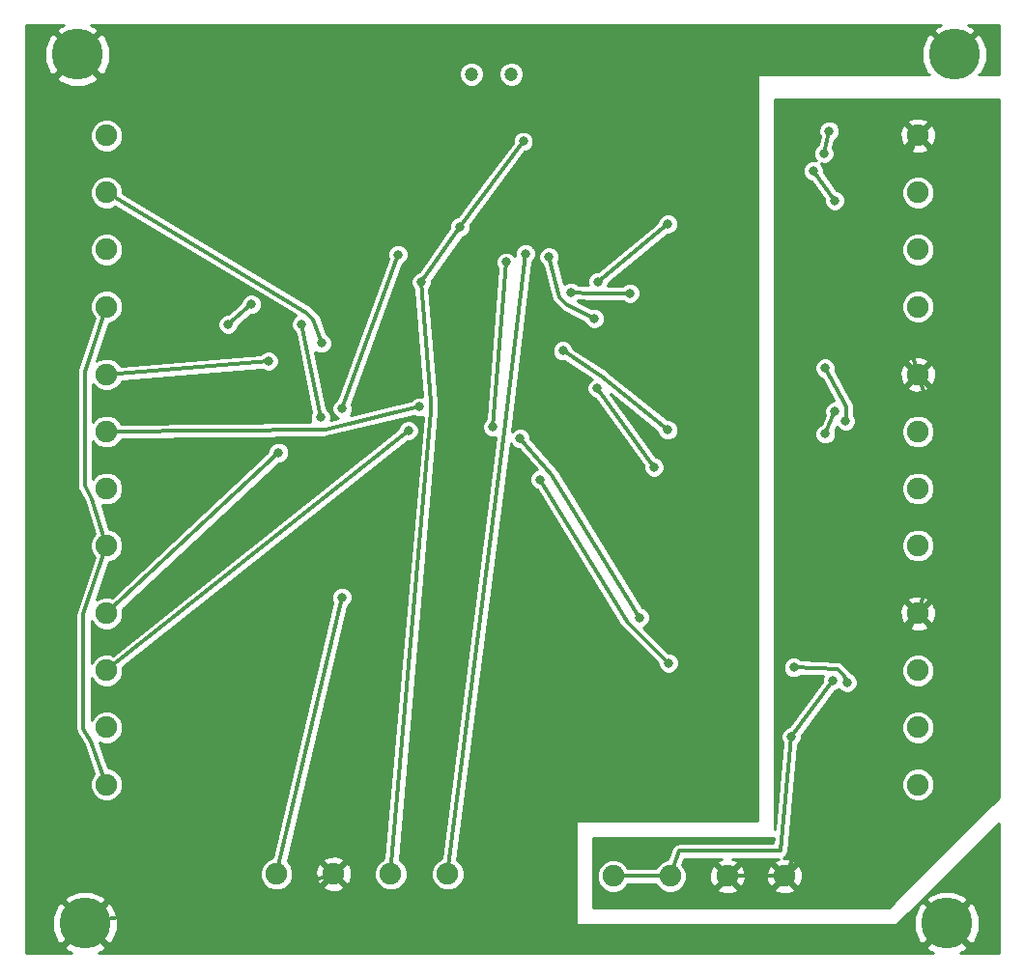
<source format=gbl>
G04 (created by PCBNEW (2013-jul-07)-stable) date Tue 19 May 2015 11:36:52 PM EDT*
%MOIN*%
G04 Gerber Fmt 3.4, Leading zero omitted, Abs format*
%FSLAX34Y34*%
G01*
G70*
G90*
G04 APERTURE LIST*
%ADD10C,0.00590551*%
%ADD11C,0.0472*%
%ADD12C,0.0748031*%
%ADD13C,0.176*%
%ADD14C,0.033*%
%ADD15C,0.014*%
%ADD16C,0.01*%
G04 APERTURE END LIST*
G54D10*
G54D11*
X67724Y-43926D03*
X66346Y-43926D03*
G54D12*
X81750Y-60202D03*
X81750Y-58234D03*
X81750Y-56265D03*
X81750Y-54297D03*
X81750Y-51952D03*
X81750Y-49984D03*
X81750Y-48015D03*
X81750Y-46047D03*
X81750Y-68452D03*
X81750Y-66484D03*
X81750Y-64515D03*
X81750Y-62547D03*
X59618Y-71539D03*
X61586Y-71539D03*
X63555Y-71539D03*
X65523Y-71539D03*
X53750Y-46047D03*
X53750Y-48015D03*
X53750Y-49984D03*
X53750Y-51952D03*
X53750Y-54297D03*
X53750Y-56265D03*
X53750Y-58234D03*
X53750Y-60202D03*
X53750Y-62547D03*
X53750Y-64515D03*
X53750Y-66484D03*
X53750Y-68452D03*
X71237Y-71616D03*
X73205Y-71616D03*
X75174Y-71616D03*
X77142Y-71616D03*
G54D13*
X82750Y-73250D03*
X53000Y-73250D03*
X52750Y-43250D03*
X83000Y-43250D03*
G54D14*
X67548Y-50417D03*
X67079Y-56111D03*
X68128Y-46250D03*
X65958Y-49189D03*
X64603Y-51108D03*
X70586Y-52359D03*
X69021Y-50232D03*
X77376Y-66800D03*
X78797Y-64862D03*
X68208Y-50122D03*
X63500Y-54500D03*
X65500Y-46500D03*
X68500Y-60250D03*
X73500Y-66000D03*
X65750Y-51500D03*
X73750Y-47750D03*
X62211Y-50261D03*
X62802Y-50832D03*
X77464Y-64413D03*
X79307Y-64925D03*
X78688Y-45891D03*
X78503Y-46662D03*
X58753Y-51877D03*
X57951Y-52572D03*
X78548Y-54076D03*
X79250Y-55908D03*
X78131Y-47263D03*
X78880Y-48288D03*
X78871Y-55569D03*
X78552Y-56348D03*
X63806Y-50152D03*
X61890Y-55464D03*
X61131Y-55782D03*
X60488Y-52558D03*
X61879Y-61985D03*
X68717Y-57919D03*
X73143Y-64254D03*
X68021Y-56513D03*
X72140Y-62689D03*
X61167Y-53217D03*
X59348Y-53833D03*
X72643Y-57492D03*
X70686Y-54768D03*
X73120Y-56214D03*
X69494Y-53482D03*
X64538Y-55417D03*
X59688Y-56988D03*
X71817Y-51489D03*
X69775Y-51455D03*
X70709Y-51090D03*
X73121Y-49099D03*
X64167Y-56239D03*
G54D15*
X67079Y-56111D02*
X67548Y-50417D01*
X69608Y-51858D02*
X70586Y-52359D01*
X69372Y-51622D02*
X69608Y-51858D01*
X69021Y-50232D02*
X69372Y-51622D01*
X64940Y-55250D02*
X64603Y-51108D01*
X64940Y-55584D02*
X64940Y-55250D01*
X63552Y-71536D02*
X64940Y-55584D01*
X68128Y-46250D02*
X65958Y-49189D01*
X65958Y-49189D02*
X64603Y-51108D01*
X73205Y-71616D02*
X73500Y-70750D01*
X73500Y-70750D02*
X77000Y-70750D01*
X77000Y-70750D02*
X77376Y-66800D01*
X73205Y-71616D02*
X71237Y-71616D01*
X78797Y-64862D02*
X77376Y-66800D01*
X82423Y-56161D02*
X81750Y-54297D01*
X82423Y-60098D02*
X82423Y-56161D01*
X82423Y-60551D02*
X82423Y-60098D01*
X81750Y-62547D02*
X82423Y-60551D01*
X81220Y-52241D02*
X81750Y-54297D01*
X80970Y-51788D02*
X81220Y-52241D01*
X80970Y-47851D02*
X80970Y-51788D01*
X81750Y-46047D02*
X80970Y-47851D01*
X77142Y-71616D02*
X81750Y-62547D01*
X75174Y-71616D02*
X77142Y-71616D01*
X67482Y-56278D02*
X68208Y-50122D01*
X65521Y-71536D02*
X67482Y-56278D01*
X63500Y-54500D02*
X64000Y-51000D01*
X64000Y-51000D02*
X64750Y-50000D01*
X64750Y-50000D02*
X63250Y-48500D01*
X63250Y-48500D02*
X65500Y-46500D01*
X68500Y-60250D02*
X69000Y-60750D01*
X69000Y-60750D02*
X70000Y-63000D01*
X70000Y-63000D02*
X73500Y-66000D01*
X65750Y-51500D02*
X69750Y-47000D01*
X69750Y-47000D02*
X73750Y-47750D01*
X59842Y-72137D02*
X61584Y-71536D01*
X59389Y-72137D02*
X59842Y-72137D01*
X53000Y-73250D02*
X59389Y-72137D01*
X62802Y-50832D02*
X62211Y-50261D01*
X78964Y-64460D02*
X77464Y-64413D01*
X79199Y-64696D02*
X78964Y-64460D01*
X79307Y-64925D02*
X79199Y-64696D01*
X78503Y-46662D02*
X78688Y-45891D01*
X58753Y-51877D02*
X57951Y-52572D01*
X79274Y-55402D02*
X78548Y-54076D01*
X79274Y-55736D02*
X79274Y-55402D01*
X79250Y-55908D02*
X79274Y-55736D01*
X78880Y-48288D02*
X78131Y-47263D01*
X78552Y-56348D02*
X78871Y-55569D01*
X52959Y-62581D02*
X53750Y-60202D01*
X52959Y-66518D02*
X52959Y-62581D01*
X53209Y-66971D02*
X52959Y-66518D01*
X53750Y-68452D02*
X53209Y-66971D01*
X53002Y-54212D02*
X53750Y-51952D01*
X53002Y-58149D02*
X53002Y-54212D01*
X53252Y-58602D02*
X53002Y-58149D01*
X53750Y-60202D02*
X53252Y-58602D01*
X61890Y-55464D02*
X63806Y-50152D01*
X61131Y-55782D02*
X60488Y-52558D01*
X61879Y-61985D02*
X59615Y-71536D01*
X71737Y-62856D02*
X68717Y-57919D01*
X71973Y-63092D02*
X71737Y-62856D01*
X73143Y-64254D02*
X71973Y-63092D01*
X69120Y-57752D02*
X68021Y-56513D01*
X72140Y-62689D02*
X69120Y-57752D01*
X60890Y-52391D02*
X61167Y-53217D01*
X60655Y-52156D02*
X60890Y-52391D01*
X53750Y-48015D02*
X60655Y-52156D01*
X53750Y-54297D02*
X59348Y-53833D01*
X72643Y-57492D02*
X70686Y-54768D01*
X70853Y-54366D02*
X73120Y-56214D01*
X69494Y-53482D02*
X70853Y-54366D01*
X61297Y-56185D02*
X64538Y-55417D01*
X53750Y-56265D02*
X61297Y-56185D01*
X59688Y-56988D02*
X53750Y-62547D01*
X70876Y-51492D02*
X71817Y-51489D01*
X70542Y-51492D02*
X70876Y-51492D01*
X69775Y-51455D02*
X70542Y-51492D01*
X70709Y-51090D02*
X73121Y-49099D01*
X64167Y-56239D02*
X53750Y-64515D01*
G54D10*
G36*
X84530Y-74280D02*
X83880Y-74280D01*
X83880Y-73470D01*
X83879Y-73020D01*
X83710Y-72613D01*
X83555Y-72515D01*
X83484Y-72586D01*
X83484Y-72444D01*
X83386Y-72289D01*
X82970Y-72119D01*
X82520Y-72120D01*
X82113Y-72289D01*
X82015Y-72444D01*
X82750Y-73179D01*
X83484Y-72444D01*
X83484Y-72586D01*
X82820Y-73250D01*
X83555Y-73984D01*
X83710Y-73886D01*
X83880Y-73470D01*
X83880Y-74280D01*
X83217Y-74280D01*
X83386Y-74210D01*
X83484Y-74055D01*
X82750Y-73320D01*
X82679Y-73391D01*
X82679Y-73250D01*
X81944Y-72515D01*
X81789Y-72613D01*
X81619Y-73029D01*
X81620Y-73479D01*
X81789Y-73886D01*
X81944Y-73984D01*
X82679Y-73250D01*
X82679Y-73391D01*
X82015Y-74055D01*
X82113Y-74210D01*
X82284Y-74280D01*
X62244Y-74280D01*
X62244Y-61913D01*
X62188Y-61779D01*
X62086Y-61676D01*
X61952Y-61620D01*
X61806Y-61620D01*
X61672Y-61676D01*
X61569Y-61778D01*
X61514Y-61912D01*
X61514Y-62058D01*
X61555Y-62157D01*
X59470Y-70979D01*
X59293Y-71052D01*
X59131Y-71213D01*
X59044Y-71424D01*
X59043Y-71653D01*
X59131Y-71864D01*
X59292Y-72025D01*
X59503Y-72113D01*
X59731Y-72113D01*
X59942Y-72026D01*
X60104Y-71864D01*
X60192Y-71654D01*
X60192Y-71425D01*
X60105Y-71214D01*
X59995Y-71104D01*
X62076Y-62299D01*
X62085Y-62295D01*
X62188Y-62192D01*
X62244Y-62058D01*
X62244Y-61913D01*
X62244Y-74280D01*
X62215Y-74280D01*
X62215Y-71638D01*
X62205Y-71390D01*
X62129Y-71207D01*
X62026Y-71170D01*
X61955Y-71241D01*
X61955Y-71099D01*
X61918Y-70996D01*
X61686Y-70910D01*
X61438Y-70920D01*
X61254Y-70996D01*
X61217Y-71099D01*
X61586Y-71468D01*
X61955Y-71099D01*
X61955Y-71241D01*
X61657Y-71539D01*
X62026Y-71908D01*
X62129Y-71871D01*
X62215Y-71638D01*
X62215Y-74280D01*
X61955Y-74280D01*
X61955Y-71978D01*
X61586Y-71610D01*
X61515Y-71680D01*
X61515Y-71539D01*
X61147Y-71170D01*
X61044Y-71207D01*
X60958Y-71439D01*
X60967Y-71687D01*
X61044Y-71871D01*
X61147Y-71908D01*
X61515Y-71539D01*
X61515Y-71680D01*
X61217Y-71978D01*
X61254Y-72081D01*
X61487Y-72167D01*
X61735Y-72158D01*
X61918Y-72081D01*
X61955Y-71978D01*
X61955Y-74280D01*
X54130Y-74280D01*
X54130Y-73470D01*
X54129Y-73020D01*
X53960Y-72613D01*
X53805Y-72515D01*
X53734Y-72586D01*
X53734Y-72444D01*
X53636Y-72289D01*
X53220Y-72119D01*
X52770Y-72120D01*
X52363Y-72289D01*
X52265Y-72444D01*
X53000Y-73179D01*
X53734Y-72444D01*
X53734Y-72586D01*
X53070Y-73250D01*
X53805Y-73984D01*
X53960Y-73886D01*
X54130Y-73470D01*
X54130Y-74280D01*
X53467Y-74280D01*
X53636Y-74210D01*
X53734Y-74055D01*
X53000Y-73320D01*
X52929Y-73391D01*
X52929Y-73250D01*
X52194Y-72515D01*
X52039Y-72613D01*
X51869Y-73029D01*
X51870Y-73479D01*
X52039Y-73886D01*
X52194Y-73984D01*
X52929Y-73250D01*
X52929Y-73391D01*
X52265Y-74055D01*
X52363Y-74210D01*
X52534Y-74280D01*
X50969Y-74280D01*
X50969Y-42219D01*
X52282Y-42219D01*
X52113Y-42289D01*
X52015Y-42444D01*
X52750Y-43179D01*
X53484Y-42444D01*
X53386Y-42289D01*
X53215Y-42219D01*
X82532Y-42219D01*
X82363Y-42289D01*
X82265Y-42444D01*
X83000Y-43179D01*
X83734Y-42444D01*
X83636Y-42289D01*
X83465Y-42219D01*
X84530Y-42219D01*
X84530Y-43950D01*
X83859Y-43950D01*
X83960Y-43886D01*
X84130Y-43470D01*
X84129Y-43020D01*
X83960Y-42613D01*
X83805Y-42515D01*
X83070Y-43250D01*
X83076Y-43255D01*
X83005Y-43326D01*
X83000Y-43320D01*
X82994Y-43326D01*
X82923Y-43255D01*
X82929Y-43250D01*
X82194Y-42515D01*
X82039Y-42613D01*
X81869Y-43029D01*
X81870Y-43479D01*
X82039Y-43886D01*
X82140Y-43950D01*
X76200Y-43950D01*
X76200Y-69700D01*
X73508Y-69700D01*
X73508Y-64181D01*
X73486Y-64128D01*
X73486Y-49027D01*
X73431Y-48893D01*
X73328Y-48790D01*
X73194Y-48734D01*
X73049Y-48734D01*
X72914Y-48789D01*
X72812Y-48892D01*
X72756Y-49026D01*
X72756Y-49052D01*
X70727Y-50725D01*
X70637Y-50725D01*
X70502Y-50780D01*
X70400Y-50883D01*
X70344Y-51017D01*
X70344Y-51162D01*
X70365Y-51214D01*
X70033Y-51197D01*
X69982Y-51146D01*
X69848Y-51090D01*
X69702Y-51090D01*
X69568Y-51145D01*
X69538Y-51176D01*
X69343Y-50406D01*
X69385Y-50305D01*
X69386Y-50159D01*
X69330Y-50025D01*
X69228Y-49922D01*
X69093Y-49867D01*
X68948Y-49867D01*
X68814Y-49922D01*
X68711Y-50025D01*
X68656Y-50159D01*
X68655Y-50304D01*
X68711Y-50438D01*
X68813Y-50541D01*
X68821Y-50544D01*
X69111Y-51688D01*
X69119Y-51705D01*
X69123Y-51725D01*
X69142Y-51754D01*
X69156Y-51783D01*
X69170Y-51796D01*
X69181Y-51813D01*
X69417Y-52049D01*
X69452Y-52072D01*
X69484Y-52098D01*
X70244Y-52488D01*
X70276Y-52566D01*
X70379Y-52668D01*
X70513Y-52724D01*
X70658Y-52724D01*
X70792Y-52669D01*
X70895Y-52566D01*
X70951Y-52432D01*
X70951Y-52287D01*
X70895Y-52153D01*
X70793Y-52050D01*
X70659Y-51994D01*
X70513Y-51994D01*
X70486Y-52005D01*
X69994Y-51752D01*
X70009Y-51737D01*
X70529Y-51762D01*
X70537Y-51761D01*
X70542Y-51762D01*
X70876Y-51762D01*
X70876Y-51762D01*
X70877Y-51762D01*
X71572Y-51760D01*
X71610Y-51798D01*
X71744Y-51854D01*
X71889Y-51854D01*
X72023Y-51798D01*
X72126Y-51696D01*
X72182Y-51562D01*
X72182Y-51417D01*
X72127Y-51282D01*
X72024Y-51180D01*
X71890Y-51124D01*
X71745Y-51124D01*
X71610Y-51179D01*
X71570Y-51220D01*
X71049Y-51222D01*
X71074Y-51163D01*
X71074Y-51139D01*
X73106Y-49464D01*
X73193Y-49464D01*
X73327Y-49409D01*
X73430Y-49306D01*
X73486Y-49172D01*
X73486Y-49027D01*
X73486Y-64128D01*
X73485Y-64125D01*
X73485Y-56142D01*
X73429Y-56008D01*
X73327Y-55905D01*
X73192Y-55849D01*
X73099Y-55849D01*
X71023Y-54157D01*
X71014Y-54152D01*
X71001Y-54138D01*
X69852Y-53392D01*
X69803Y-53275D01*
X69701Y-53172D01*
X69566Y-53117D01*
X69421Y-53116D01*
X69287Y-53172D01*
X69184Y-53275D01*
X69129Y-53409D01*
X69128Y-53554D01*
X69184Y-53688D01*
X69287Y-53791D01*
X69421Y-53846D01*
X69560Y-53847D01*
X70494Y-54453D01*
X70480Y-54459D01*
X70377Y-54561D01*
X70321Y-54695D01*
X70321Y-54841D01*
X70377Y-54975D01*
X70479Y-55078D01*
X70613Y-55133D01*
X70616Y-55133D01*
X72278Y-57446D01*
X72278Y-57564D01*
X72333Y-57698D01*
X72436Y-57801D01*
X72570Y-57857D01*
X72715Y-57857D01*
X72849Y-57802D01*
X72952Y-57699D01*
X73008Y-57565D01*
X73008Y-57420D01*
X72952Y-57285D01*
X72850Y-57183D01*
X72715Y-57127D01*
X72714Y-57127D01*
X71159Y-54964D01*
X72754Y-56265D01*
X72754Y-56287D01*
X72810Y-56421D01*
X72912Y-56524D01*
X73047Y-56579D01*
X73192Y-56579D01*
X73326Y-56524D01*
X73429Y-56421D01*
X73484Y-56287D01*
X73485Y-56142D01*
X73485Y-64125D01*
X73452Y-64047D01*
X73350Y-63944D01*
X73216Y-63889D01*
X73159Y-63889D01*
X72287Y-63023D01*
X72346Y-62999D01*
X72449Y-62896D01*
X72505Y-62762D01*
X72505Y-62617D01*
X72449Y-62483D01*
X72347Y-62380D01*
X72247Y-62339D01*
X69350Y-57611D01*
X69336Y-57596D01*
X69322Y-57572D01*
X68386Y-56517D01*
X68386Y-56440D01*
X68330Y-56306D01*
X68228Y-56204D01*
X68094Y-56148D01*
X67949Y-56148D01*
X67814Y-56203D01*
X67755Y-56262D01*
X68444Y-50404D01*
X68518Y-50330D01*
X68573Y-50195D01*
X68574Y-50050D01*
X68518Y-49916D01*
X68493Y-49891D01*
X68493Y-46178D01*
X68438Y-46044D01*
X68335Y-45941D01*
X68201Y-45885D01*
X68160Y-45885D01*
X68160Y-43839D01*
X68093Y-43679D01*
X67971Y-43556D01*
X67811Y-43490D01*
X67637Y-43489D01*
X67477Y-43556D01*
X67354Y-43678D01*
X67288Y-43838D01*
X67287Y-44012D01*
X67354Y-44172D01*
X67476Y-44295D01*
X67636Y-44361D01*
X67810Y-44362D01*
X67970Y-44295D01*
X68093Y-44173D01*
X68159Y-44013D01*
X68160Y-43839D01*
X68160Y-45885D01*
X68056Y-45885D01*
X67922Y-45940D01*
X67819Y-46043D01*
X67763Y-46177D01*
X67763Y-46285D01*
X66782Y-47617D01*
X66782Y-43839D01*
X66715Y-43679D01*
X66593Y-43556D01*
X66433Y-43490D01*
X66259Y-43489D01*
X66099Y-43556D01*
X65976Y-43678D01*
X65910Y-43838D01*
X65909Y-44012D01*
X65976Y-44172D01*
X66098Y-44295D01*
X66258Y-44361D01*
X66432Y-44362D01*
X66592Y-44295D01*
X66715Y-44173D01*
X66781Y-44013D01*
X66782Y-43839D01*
X66782Y-47617D01*
X65892Y-48823D01*
X65886Y-48823D01*
X65752Y-48879D01*
X65649Y-48982D01*
X65593Y-49116D01*
X65593Y-49236D01*
X64530Y-50743D01*
X64397Y-50798D01*
X64294Y-50901D01*
X64238Y-51035D01*
X64238Y-51180D01*
X64294Y-51315D01*
X64354Y-51375D01*
X64651Y-55069D01*
X64611Y-55052D01*
X64465Y-55052D01*
X64331Y-55107D01*
X64228Y-55210D01*
X64226Y-55215D01*
X62170Y-55701D01*
X62199Y-55671D01*
X62255Y-55537D01*
X62255Y-55392D01*
X62227Y-55325D01*
X63972Y-50479D01*
X64013Y-50462D01*
X64116Y-50359D01*
X64171Y-50225D01*
X64172Y-50080D01*
X64116Y-49946D01*
X64013Y-49843D01*
X63879Y-49787D01*
X63734Y-49787D01*
X63600Y-49843D01*
X63497Y-49945D01*
X63442Y-50079D01*
X63441Y-50225D01*
X63467Y-50287D01*
X61720Y-55140D01*
X61684Y-55155D01*
X61581Y-55257D01*
X61525Y-55391D01*
X61525Y-55537D01*
X61581Y-55671D01*
X61683Y-55774D01*
X61749Y-55801D01*
X61493Y-55861D01*
X61496Y-55855D01*
X61496Y-55710D01*
X61440Y-55576D01*
X61348Y-55483D01*
X60956Y-53521D01*
X60960Y-53526D01*
X61095Y-53582D01*
X61240Y-53582D01*
X61374Y-53526D01*
X61477Y-53424D01*
X61532Y-53290D01*
X61533Y-53144D01*
X61477Y-53010D01*
X61375Y-52907D01*
X61345Y-52895D01*
X61146Y-52305D01*
X61142Y-52297D01*
X61140Y-52288D01*
X61116Y-52252D01*
X61094Y-52214D01*
X61087Y-52208D01*
X61081Y-52201D01*
X60879Y-51998D01*
X60875Y-51989D01*
X60797Y-51918D01*
X54323Y-48044D01*
X54324Y-47902D01*
X54324Y-45933D01*
X54236Y-45722D01*
X54075Y-45560D01*
X53880Y-45480D01*
X53880Y-43470D01*
X53879Y-43020D01*
X53710Y-42613D01*
X53555Y-42515D01*
X52820Y-43250D01*
X53555Y-43984D01*
X53710Y-43886D01*
X53880Y-43470D01*
X53880Y-45480D01*
X53864Y-45473D01*
X53636Y-45473D01*
X53484Y-45535D01*
X53484Y-44055D01*
X52750Y-43320D01*
X52679Y-43391D01*
X52679Y-43250D01*
X51944Y-42515D01*
X51789Y-42613D01*
X51619Y-43029D01*
X51620Y-43479D01*
X51789Y-43886D01*
X51944Y-43984D01*
X52679Y-43250D01*
X52679Y-43391D01*
X52015Y-44055D01*
X52113Y-44210D01*
X52529Y-44380D01*
X52979Y-44379D01*
X53386Y-44210D01*
X53484Y-44055D01*
X53484Y-45535D01*
X53425Y-45560D01*
X53263Y-45721D01*
X53176Y-45932D01*
X53175Y-46160D01*
X53263Y-46371D01*
X53424Y-46533D01*
X53635Y-46621D01*
X53863Y-46621D01*
X54074Y-46534D01*
X54236Y-46372D01*
X54323Y-46161D01*
X54324Y-45933D01*
X54324Y-47902D01*
X54236Y-47691D01*
X54075Y-47529D01*
X53864Y-47441D01*
X53636Y-47441D01*
X53425Y-47528D01*
X53263Y-47690D01*
X53176Y-47901D01*
X53175Y-48129D01*
X53263Y-48340D01*
X53424Y-48502D01*
X53635Y-48589D01*
X53863Y-48589D01*
X54052Y-48511D01*
X60291Y-52245D01*
X60281Y-52249D01*
X60179Y-52351D01*
X60123Y-52485D01*
X60123Y-52630D01*
X60178Y-52765D01*
X60273Y-52859D01*
X60817Y-55585D01*
X60766Y-55709D01*
X60766Y-55855D01*
X60793Y-55921D01*
X54257Y-55990D01*
X54236Y-55941D01*
X54075Y-55779D01*
X53864Y-55691D01*
X53636Y-55691D01*
X53425Y-55778D01*
X53272Y-55931D01*
X53272Y-54631D01*
X53424Y-54783D01*
X53635Y-54871D01*
X53863Y-54871D01*
X54074Y-54784D01*
X54236Y-54622D01*
X54277Y-54524D01*
X59125Y-54126D01*
X59141Y-54142D01*
X59275Y-54198D01*
X59420Y-54198D01*
X59555Y-54143D01*
X59657Y-54040D01*
X59713Y-53906D01*
X59713Y-53761D01*
X59658Y-53627D01*
X59555Y-53524D01*
X59421Y-53468D01*
X59276Y-53468D01*
X59142Y-53523D01*
X59118Y-53547D01*
X59118Y-51805D01*
X59063Y-51671D01*
X58960Y-51568D01*
X58826Y-51512D01*
X58681Y-51512D01*
X58547Y-51568D01*
X58444Y-51670D01*
X58388Y-51804D01*
X58388Y-51836D01*
X57960Y-52207D01*
X57879Y-52207D01*
X57745Y-52262D01*
X57642Y-52365D01*
X57586Y-52499D01*
X57586Y-52644D01*
X57641Y-52778D01*
X57744Y-52881D01*
X57878Y-52937D01*
X58023Y-52937D01*
X58158Y-52881D01*
X58260Y-52779D01*
X58316Y-52645D01*
X58316Y-52613D01*
X58744Y-52242D01*
X58825Y-52242D01*
X58960Y-52187D01*
X59062Y-52084D01*
X59118Y-51950D01*
X59118Y-51805D01*
X59118Y-53547D01*
X59077Y-53588D01*
X54242Y-53985D01*
X54236Y-53972D01*
X54075Y-53810D01*
X53864Y-53723D01*
X53636Y-53723D01*
X53425Y-53810D01*
X53417Y-53818D01*
X53844Y-52526D01*
X53863Y-52526D01*
X54074Y-52439D01*
X54236Y-52278D01*
X54323Y-52067D01*
X54324Y-51839D01*
X54324Y-49870D01*
X54236Y-49659D01*
X54075Y-49497D01*
X53864Y-49410D01*
X53636Y-49410D01*
X53425Y-49497D01*
X53263Y-49658D01*
X53176Y-49869D01*
X53175Y-50097D01*
X53263Y-50308D01*
X53424Y-50470D01*
X53635Y-50558D01*
X53863Y-50558D01*
X54074Y-50471D01*
X54236Y-50309D01*
X54323Y-50098D01*
X54324Y-49870D01*
X54324Y-51839D01*
X54236Y-51628D01*
X54075Y-51466D01*
X53864Y-51378D01*
X53636Y-51378D01*
X53425Y-51465D01*
X53263Y-51627D01*
X53176Y-51838D01*
X53175Y-52066D01*
X53263Y-52277D01*
X53334Y-52348D01*
X52746Y-54127D01*
X52740Y-54170D01*
X52732Y-54212D01*
X52732Y-58149D01*
X52735Y-58164D01*
X52734Y-58179D01*
X52745Y-58215D01*
X52753Y-58252D01*
X52761Y-58265D01*
X52766Y-58279D01*
X53002Y-58708D01*
X53342Y-59798D01*
X53263Y-59877D01*
X53176Y-60088D01*
X53175Y-60316D01*
X53263Y-60527D01*
X53334Y-60599D01*
X52703Y-62496D01*
X52698Y-62539D01*
X52689Y-62581D01*
X52689Y-66518D01*
X52692Y-66533D01*
X52691Y-66548D01*
X52702Y-66584D01*
X52710Y-66621D01*
X52718Y-66634D01*
X52723Y-66648D01*
X52963Y-67083D01*
X53321Y-68069D01*
X53263Y-68127D01*
X53176Y-68338D01*
X53175Y-68566D01*
X53263Y-68777D01*
X53424Y-68939D01*
X53635Y-69026D01*
X53863Y-69026D01*
X54074Y-68939D01*
X54236Y-68778D01*
X54323Y-68567D01*
X54324Y-68339D01*
X54236Y-68128D01*
X54075Y-67966D01*
X53864Y-67878D01*
X53827Y-67878D01*
X53509Y-67005D01*
X53635Y-67058D01*
X53863Y-67058D01*
X54074Y-66971D01*
X54236Y-66809D01*
X54323Y-66598D01*
X54324Y-66370D01*
X54236Y-66159D01*
X54075Y-65997D01*
X53864Y-65910D01*
X53636Y-65910D01*
X53425Y-65997D01*
X53263Y-66158D01*
X53229Y-66240D01*
X53229Y-64759D01*
X53263Y-64840D01*
X53424Y-65002D01*
X53635Y-65089D01*
X53863Y-65089D01*
X54074Y-65002D01*
X54236Y-64841D01*
X54323Y-64630D01*
X54324Y-64404D01*
X64129Y-56604D01*
X64239Y-56604D01*
X64373Y-56549D01*
X64476Y-56446D01*
X64532Y-56312D01*
X64532Y-56167D01*
X64476Y-56033D01*
X64374Y-55930D01*
X64240Y-55874D01*
X64094Y-55874D01*
X63960Y-55930D01*
X63857Y-56032D01*
X63802Y-56166D01*
X63802Y-56174D01*
X53978Y-63989D01*
X53864Y-63941D01*
X53636Y-63941D01*
X53425Y-64028D01*
X53263Y-64190D01*
X53229Y-64271D01*
X53229Y-62791D01*
X53263Y-62871D01*
X53424Y-63033D01*
X53635Y-63121D01*
X53863Y-63121D01*
X54074Y-63034D01*
X54236Y-62872D01*
X54323Y-62661D01*
X54324Y-62433D01*
X54308Y-62394D01*
X59695Y-57353D01*
X59761Y-57353D01*
X59895Y-57297D01*
X59998Y-57195D01*
X60053Y-57061D01*
X60054Y-56915D01*
X59998Y-56781D01*
X59896Y-56678D01*
X59761Y-56623D01*
X59616Y-56623D01*
X59482Y-56678D01*
X59379Y-56781D01*
X59324Y-56915D01*
X59323Y-56961D01*
X53936Y-62003D01*
X53864Y-61973D01*
X53636Y-61973D01*
X53425Y-62060D01*
X53413Y-62071D01*
X53844Y-60776D01*
X53863Y-60776D01*
X54074Y-60689D01*
X54236Y-60528D01*
X54323Y-60317D01*
X54324Y-60089D01*
X54236Y-59878D01*
X54075Y-59716D01*
X53864Y-59628D01*
X53855Y-59628D01*
X53594Y-58791D01*
X53635Y-58808D01*
X53863Y-58808D01*
X54074Y-58721D01*
X54236Y-58559D01*
X54323Y-58348D01*
X54324Y-58120D01*
X54236Y-57909D01*
X54075Y-57747D01*
X53864Y-57660D01*
X53636Y-57660D01*
X53425Y-57747D01*
X53272Y-57899D01*
X53272Y-56599D01*
X53424Y-56752D01*
X53635Y-56839D01*
X53863Y-56839D01*
X54074Y-56752D01*
X54236Y-56591D01*
X54261Y-56530D01*
X61300Y-56456D01*
X61338Y-56448D01*
X61360Y-56448D01*
X64360Y-55738D01*
X64465Y-55782D01*
X64610Y-55782D01*
X64662Y-55761D01*
X63327Y-71012D01*
X63230Y-71052D01*
X63068Y-71213D01*
X62981Y-71424D01*
X62981Y-71653D01*
X63068Y-71864D01*
X63229Y-72025D01*
X63440Y-72113D01*
X63668Y-72113D01*
X63879Y-72026D01*
X64041Y-71864D01*
X64129Y-71654D01*
X64129Y-71425D01*
X64042Y-71214D01*
X63880Y-71053D01*
X63866Y-71047D01*
X65217Y-55608D01*
X65210Y-55547D01*
X65210Y-55250D01*
X65206Y-55227D01*
X64893Y-51335D01*
X64913Y-51315D01*
X64968Y-51181D01*
X64968Y-51059D01*
X66030Y-49554D01*
X66031Y-49554D01*
X66165Y-49498D01*
X66268Y-49396D01*
X66323Y-49261D01*
X66323Y-49148D01*
X68191Y-46615D01*
X68201Y-46615D01*
X68335Y-46560D01*
X68438Y-46457D01*
X68493Y-46323D01*
X68493Y-46178D01*
X68493Y-49891D01*
X68416Y-49813D01*
X68281Y-49758D01*
X68136Y-49757D01*
X68002Y-49813D01*
X67899Y-49915D01*
X67844Y-50050D01*
X67843Y-50195D01*
X67845Y-50199D01*
X67755Y-50108D01*
X67621Y-50052D01*
X67475Y-50052D01*
X67341Y-50108D01*
X67238Y-50210D01*
X67183Y-50344D01*
X67183Y-50490D01*
X67238Y-50624D01*
X67258Y-50644D01*
X66830Y-55844D01*
X66770Y-55904D01*
X66714Y-56038D01*
X66714Y-56184D01*
X66769Y-56318D01*
X66872Y-56421D01*
X67006Y-56476D01*
X67151Y-56476D01*
X67179Y-56465D01*
X65317Y-71003D01*
X65198Y-71052D01*
X65037Y-71213D01*
X64949Y-71424D01*
X64949Y-71653D01*
X65036Y-71864D01*
X65198Y-72025D01*
X65408Y-72113D01*
X65637Y-72113D01*
X65848Y-72026D01*
X66009Y-71864D01*
X66097Y-71654D01*
X66097Y-71425D01*
X66010Y-71214D01*
X65854Y-71058D01*
X67696Y-56682D01*
X67711Y-56719D01*
X67814Y-56822D01*
X67948Y-56878D01*
X67984Y-56878D01*
X68600Y-57572D01*
X68511Y-57609D01*
X68408Y-57712D01*
X68353Y-57846D01*
X68352Y-57991D01*
X68408Y-58125D01*
X68510Y-58228D01*
X68618Y-58272D01*
X71487Y-62955D01*
X71488Y-62959D01*
X71510Y-62992D01*
X71511Y-62994D01*
X71512Y-62995D01*
X71546Y-63047D01*
X71782Y-63283D01*
X71783Y-63283D01*
X71783Y-63283D01*
X72778Y-64271D01*
X72778Y-64326D01*
X72833Y-64460D01*
X72936Y-64563D01*
X73070Y-64618D01*
X73215Y-64619D01*
X73349Y-64563D01*
X73452Y-64461D01*
X73508Y-64326D01*
X73508Y-64181D01*
X73508Y-69700D01*
X69950Y-69700D01*
X69950Y-73300D01*
X81020Y-73300D01*
X84530Y-69790D01*
X84530Y-74280D01*
X84530Y-74280D01*
G37*
G54D16*
X84530Y-74280D02*
X83880Y-74280D01*
X83880Y-73470D01*
X83879Y-73020D01*
X83710Y-72613D01*
X83555Y-72515D01*
X83484Y-72586D01*
X83484Y-72444D01*
X83386Y-72289D01*
X82970Y-72119D01*
X82520Y-72120D01*
X82113Y-72289D01*
X82015Y-72444D01*
X82750Y-73179D01*
X83484Y-72444D01*
X83484Y-72586D01*
X82820Y-73250D01*
X83555Y-73984D01*
X83710Y-73886D01*
X83880Y-73470D01*
X83880Y-74280D01*
X83217Y-74280D01*
X83386Y-74210D01*
X83484Y-74055D01*
X82750Y-73320D01*
X82679Y-73391D01*
X82679Y-73250D01*
X81944Y-72515D01*
X81789Y-72613D01*
X81619Y-73029D01*
X81620Y-73479D01*
X81789Y-73886D01*
X81944Y-73984D01*
X82679Y-73250D01*
X82679Y-73391D01*
X82015Y-74055D01*
X82113Y-74210D01*
X82284Y-74280D01*
X62244Y-74280D01*
X62244Y-61913D01*
X62188Y-61779D01*
X62086Y-61676D01*
X61952Y-61620D01*
X61806Y-61620D01*
X61672Y-61676D01*
X61569Y-61778D01*
X61514Y-61912D01*
X61514Y-62058D01*
X61555Y-62157D01*
X59470Y-70979D01*
X59293Y-71052D01*
X59131Y-71213D01*
X59044Y-71424D01*
X59043Y-71653D01*
X59131Y-71864D01*
X59292Y-72025D01*
X59503Y-72113D01*
X59731Y-72113D01*
X59942Y-72026D01*
X60104Y-71864D01*
X60192Y-71654D01*
X60192Y-71425D01*
X60105Y-71214D01*
X59995Y-71104D01*
X62076Y-62299D01*
X62085Y-62295D01*
X62188Y-62192D01*
X62244Y-62058D01*
X62244Y-61913D01*
X62244Y-74280D01*
X62215Y-74280D01*
X62215Y-71638D01*
X62205Y-71390D01*
X62129Y-71207D01*
X62026Y-71170D01*
X61955Y-71241D01*
X61955Y-71099D01*
X61918Y-70996D01*
X61686Y-70910D01*
X61438Y-70920D01*
X61254Y-70996D01*
X61217Y-71099D01*
X61586Y-71468D01*
X61955Y-71099D01*
X61955Y-71241D01*
X61657Y-71539D01*
X62026Y-71908D01*
X62129Y-71871D01*
X62215Y-71638D01*
X62215Y-74280D01*
X61955Y-74280D01*
X61955Y-71978D01*
X61586Y-71610D01*
X61515Y-71680D01*
X61515Y-71539D01*
X61147Y-71170D01*
X61044Y-71207D01*
X60958Y-71439D01*
X60967Y-71687D01*
X61044Y-71871D01*
X61147Y-71908D01*
X61515Y-71539D01*
X61515Y-71680D01*
X61217Y-71978D01*
X61254Y-72081D01*
X61487Y-72167D01*
X61735Y-72158D01*
X61918Y-72081D01*
X61955Y-71978D01*
X61955Y-74280D01*
X54130Y-74280D01*
X54130Y-73470D01*
X54129Y-73020D01*
X53960Y-72613D01*
X53805Y-72515D01*
X53734Y-72586D01*
X53734Y-72444D01*
X53636Y-72289D01*
X53220Y-72119D01*
X52770Y-72120D01*
X52363Y-72289D01*
X52265Y-72444D01*
X53000Y-73179D01*
X53734Y-72444D01*
X53734Y-72586D01*
X53070Y-73250D01*
X53805Y-73984D01*
X53960Y-73886D01*
X54130Y-73470D01*
X54130Y-74280D01*
X53467Y-74280D01*
X53636Y-74210D01*
X53734Y-74055D01*
X53000Y-73320D01*
X52929Y-73391D01*
X52929Y-73250D01*
X52194Y-72515D01*
X52039Y-72613D01*
X51869Y-73029D01*
X51870Y-73479D01*
X52039Y-73886D01*
X52194Y-73984D01*
X52929Y-73250D01*
X52929Y-73391D01*
X52265Y-74055D01*
X52363Y-74210D01*
X52534Y-74280D01*
X50969Y-74280D01*
X50969Y-42219D01*
X52282Y-42219D01*
X52113Y-42289D01*
X52015Y-42444D01*
X52750Y-43179D01*
X53484Y-42444D01*
X53386Y-42289D01*
X53215Y-42219D01*
X82532Y-42219D01*
X82363Y-42289D01*
X82265Y-42444D01*
X83000Y-43179D01*
X83734Y-42444D01*
X83636Y-42289D01*
X83465Y-42219D01*
X84530Y-42219D01*
X84530Y-43950D01*
X83859Y-43950D01*
X83960Y-43886D01*
X84130Y-43470D01*
X84129Y-43020D01*
X83960Y-42613D01*
X83805Y-42515D01*
X83070Y-43250D01*
X83076Y-43255D01*
X83005Y-43326D01*
X83000Y-43320D01*
X82994Y-43326D01*
X82923Y-43255D01*
X82929Y-43250D01*
X82194Y-42515D01*
X82039Y-42613D01*
X81869Y-43029D01*
X81870Y-43479D01*
X82039Y-43886D01*
X82140Y-43950D01*
X76200Y-43950D01*
X76200Y-69700D01*
X73508Y-69700D01*
X73508Y-64181D01*
X73486Y-64128D01*
X73486Y-49027D01*
X73431Y-48893D01*
X73328Y-48790D01*
X73194Y-48734D01*
X73049Y-48734D01*
X72914Y-48789D01*
X72812Y-48892D01*
X72756Y-49026D01*
X72756Y-49052D01*
X70727Y-50725D01*
X70637Y-50725D01*
X70502Y-50780D01*
X70400Y-50883D01*
X70344Y-51017D01*
X70344Y-51162D01*
X70365Y-51214D01*
X70033Y-51197D01*
X69982Y-51146D01*
X69848Y-51090D01*
X69702Y-51090D01*
X69568Y-51145D01*
X69538Y-51176D01*
X69343Y-50406D01*
X69385Y-50305D01*
X69386Y-50159D01*
X69330Y-50025D01*
X69228Y-49922D01*
X69093Y-49867D01*
X68948Y-49867D01*
X68814Y-49922D01*
X68711Y-50025D01*
X68656Y-50159D01*
X68655Y-50304D01*
X68711Y-50438D01*
X68813Y-50541D01*
X68821Y-50544D01*
X69111Y-51688D01*
X69119Y-51705D01*
X69123Y-51725D01*
X69142Y-51754D01*
X69156Y-51783D01*
X69170Y-51796D01*
X69181Y-51813D01*
X69417Y-52049D01*
X69452Y-52072D01*
X69484Y-52098D01*
X70244Y-52488D01*
X70276Y-52566D01*
X70379Y-52668D01*
X70513Y-52724D01*
X70658Y-52724D01*
X70792Y-52669D01*
X70895Y-52566D01*
X70951Y-52432D01*
X70951Y-52287D01*
X70895Y-52153D01*
X70793Y-52050D01*
X70659Y-51994D01*
X70513Y-51994D01*
X70486Y-52005D01*
X69994Y-51752D01*
X70009Y-51737D01*
X70529Y-51762D01*
X70537Y-51761D01*
X70542Y-51762D01*
X70876Y-51762D01*
X70876Y-51762D01*
X70877Y-51762D01*
X71572Y-51760D01*
X71610Y-51798D01*
X71744Y-51854D01*
X71889Y-51854D01*
X72023Y-51798D01*
X72126Y-51696D01*
X72182Y-51562D01*
X72182Y-51417D01*
X72127Y-51282D01*
X72024Y-51180D01*
X71890Y-51124D01*
X71745Y-51124D01*
X71610Y-51179D01*
X71570Y-51220D01*
X71049Y-51222D01*
X71074Y-51163D01*
X71074Y-51139D01*
X73106Y-49464D01*
X73193Y-49464D01*
X73327Y-49409D01*
X73430Y-49306D01*
X73486Y-49172D01*
X73486Y-49027D01*
X73486Y-64128D01*
X73485Y-64125D01*
X73485Y-56142D01*
X73429Y-56008D01*
X73327Y-55905D01*
X73192Y-55849D01*
X73099Y-55849D01*
X71023Y-54157D01*
X71014Y-54152D01*
X71001Y-54138D01*
X69852Y-53392D01*
X69803Y-53275D01*
X69701Y-53172D01*
X69566Y-53117D01*
X69421Y-53116D01*
X69287Y-53172D01*
X69184Y-53275D01*
X69129Y-53409D01*
X69128Y-53554D01*
X69184Y-53688D01*
X69287Y-53791D01*
X69421Y-53846D01*
X69560Y-53847D01*
X70494Y-54453D01*
X70480Y-54459D01*
X70377Y-54561D01*
X70321Y-54695D01*
X70321Y-54841D01*
X70377Y-54975D01*
X70479Y-55078D01*
X70613Y-55133D01*
X70616Y-55133D01*
X72278Y-57446D01*
X72278Y-57564D01*
X72333Y-57698D01*
X72436Y-57801D01*
X72570Y-57857D01*
X72715Y-57857D01*
X72849Y-57802D01*
X72952Y-57699D01*
X73008Y-57565D01*
X73008Y-57420D01*
X72952Y-57285D01*
X72850Y-57183D01*
X72715Y-57127D01*
X72714Y-57127D01*
X71159Y-54964D01*
X72754Y-56265D01*
X72754Y-56287D01*
X72810Y-56421D01*
X72912Y-56524D01*
X73047Y-56579D01*
X73192Y-56579D01*
X73326Y-56524D01*
X73429Y-56421D01*
X73484Y-56287D01*
X73485Y-56142D01*
X73485Y-64125D01*
X73452Y-64047D01*
X73350Y-63944D01*
X73216Y-63889D01*
X73159Y-63889D01*
X72287Y-63023D01*
X72346Y-62999D01*
X72449Y-62896D01*
X72505Y-62762D01*
X72505Y-62617D01*
X72449Y-62483D01*
X72347Y-62380D01*
X72247Y-62339D01*
X69350Y-57611D01*
X69336Y-57596D01*
X69322Y-57572D01*
X68386Y-56517D01*
X68386Y-56440D01*
X68330Y-56306D01*
X68228Y-56204D01*
X68094Y-56148D01*
X67949Y-56148D01*
X67814Y-56203D01*
X67755Y-56262D01*
X68444Y-50404D01*
X68518Y-50330D01*
X68573Y-50195D01*
X68574Y-50050D01*
X68518Y-49916D01*
X68493Y-49891D01*
X68493Y-46178D01*
X68438Y-46044D01*
X68335Y-45941D01*
X68201Y-45885D01*
X68160Y-45885D01*
X68160Y-43839D01*
X68093Y-43679D01*
X67971Y-43556D01*
X67811Y-43490D01*
X67637Y-43489D01*
X67477Y-43556D01*
X67354Y-43678D01*
X67288Y-43838D01*
X67287Y-44012D01*
X67354Y-44172D01*
X67476Y-44295D01*
X67636Y-44361D01*
X67810Y-44362D01*
X67970Y-44295D01*
X68093Y-44173D01*
X68159Y-44013D01*
X68160Y-43839D01*
X68160Y-45885D01*
X68056Y-45885D01*
X67922Y-45940D01*
X67819Y-46043D01*
X67763Y-46177D01*
X67763Y-46285D01*
X66782Y-47617D01*
X66782Y-43839D01*
X66715Y-43679D01*
X66593Y-43556D01*
X66433Y-43490D01*
X66259Y-43489D01*
X66099Y-43556D01*
X65976Y-43678D01*
X65910Y-43838D01*
X65909Y-44012D01*
X65976Y-44172D01*
X66098Y-44295D01*
X66258Y-44361D01*
X66432Y-44362D01*
X66592Y-44295D01*
X66715Y-44173D01*
X66781Y-44013D01*
X66782Y-43839D01*
X66782Y-47617D01*
X65892Y-48823D01*
X65886Y-48823D01*
X65752Y-48879D01*
X65649Y-48982D01*
X65593Y-49116D01*
X65593Y-49236D01*
X64530Y-50743D01*
X64397Y-50798D01*
X64294Y-50901D01*
X64238Y-51035D01*
X64238Y-51180D01*
X64294Y-51315D01*
X64354Y-51375D01*
X64651Y-55069D01*
X64611Y-55052D01*
X64465Y-55052D01*
X64331Y-55107D01*
X64228Y-55210D01*
X64226Y-55215D01*
X62170Y-55701D01*
X62199Y-55671D01*
X62255Y-55537D01*
X62255Y-55392D01*
X62227Y-55325D01*
X63972Y-50479D01*
X64013Y-50462D01*
X64116Y-50359D01*
X64171Y-50225D01*
X64172Y-50080D01*
X64116Y-49946D01*
X64013Y-49843D01*
X63879Y-49787D01*
X63734Y-49787D01*
X63600Y-49843D01*
X63497Y-49945D01*
X63442Y-50079D01*
X63441Y-50225D01*
X63467Y-50287D01*
X61720Y-55140D01*
X61684Y-55155D01*
X61581Y-55257D01*
X61525Y-55391D01*
X61525Y-55537D01*
X61581Y-55671D01*
X61683Y-55774D01*
X61749Y-55801D01*
X61493Y-55861D01*
X61496Y-55855D01*
X61496Y-55710D01*
X61440Y-55576D01*
X61348Y-55483D01*
X60956Y-53521D01*
X60960Y-53526D01*
X61095Y-53582D01*
X61240Y-53582D01*
X61374Y-53526D01*
X61477Y-53424D01*
X61532Y-53290D01*
X61533Y-53144D01*
X61477Y-53010D01*
X61375Y-52907D01*
X61345Y-52895D01*
X61146Y-52305D01*
X61142Y-52297D01*
X61140Y-52288D01*
X61116Y-52252D01*
X61094Y-52214D01*
X61087Y-52208D01*
X61081Y-52201D01*
X60879Y-51998D01*
X60875Y-51989D01*
X60797Y-51918D01*
X54323Y-48044D01*
X54324Y-47902D01*
X54324Y-45933D01*
X54236Y-45722D01*
X54075Y-45560D01*
X53880Y-45480D01*
X53880Y-43470D01*
X53879Y-43020D01*
X53710Y-42613D01*
X53555Y-42515D01*
X52820Y-43250D01*
X53555Y-43984D01*
X53710Y-43886D01*
X53880Y-43470D01*
X53880Y-45480D01*
X53864Y-45473D01*
X53636Y-45473D01*
X53484Y-45535D01*
X53484Y-44055D01*
X52750Y-43320D01*
X52679Y-43391D01*
X52679Y-43250D01*
X51944Y-42515D01*
X51789Y-42613D01*
X51619Y-43029D01*
X51620Y-43479D01*
X51789Y-43886D01*
X51944Y-43984D01*
X52679Y-43250D01*
X52679Y-43391D01*
X52015Y-44055D01*
X52113Y-44210D01*
X52529Y-44380D01*
X52979Y-44379D01*
X53386Y-44210D01*
X53484Y-44055D01*
X53484Y-45535D01*
X53425Y-45560D01*
X53263Y-45721D01*
X53176Y-45932D01*
X53175Y-46160D01*
X53263Y-46371D01*
X53424Y-46533D01*
X53635Y-46621D01*
X53863Y-46621D01*
X54074Y-46534D01*
X54236Y-46372D01*
X54323Y-46161D01*
X54324Y-45933D01*
X54324Y-47902D01*
X54236Y-47691D01*
X54075Y-47529D01*
X53864Y-47441D01*
X53636Y-47441D01*
X53425Y-47528D01*
X53263Y-47690D01*
X53176Y-47901D01*
X53175Y-48129D01*
X53263Y-48340D01*
X53424Y-48502D01*
X53635Y-48589D01*
X53863Y-48589D01*
X54052Y-48511D01*
X60291Y-52245D01*
X60281Y-52249D01*
X60179Y-52351D01*
X60123Y-52485D01*
X60123Y-52630D01*
X60178Y-52765D01*
X60273Y-52859D01*
X60817Y-55585D01*
X60766Y-55709D01*
X60766Y-55855D01*
X60793Y-55921D01*
X54257Y-55990D01*
X54236Y-55941D01*
X54075Y-55779D01*
X53864Y-55691D01*
X53636Y-55691D01*
X53425Y-55778D01*
X53272Y-55931D01*
X53272Y-54631D01*
X53424Y-54783D01*
X53635Y-54871D01*
X53863Y-54871D01*
X54074Y-54784D01*
X54236Y-54622D01*
X54277Y-54524D01*
X59125Y-54126D01*
X59141Y-54142D01*
X59275Y-54198D01*
X59420Y-54198D01*
X59555Y-54143D01*
X59657Y-54040D01*
X59713Y-53906D01*
X59713Y-53761D01*
X59658Y-53627D01*
X59555Y-53524D01*
X59421Y-53468D01*
X59276Y-53468D01*
X59142Y-53523D01*
X59118Y-53547D01*
X59118Y-51805D01*
X59063Y-51671D01*
X58960Y-51568D01*
X58826Y-51512D01*
X58681Y-51512D01*
X58547Y-51568D01*
X58444Y-51670D01*
X58388Y-51804D01*
X58388Y-51836D01*
X57960Y-52207D01*
X57879Y-52207D01*
X57745Y-52262D01*
X57642Y-52365D01*
X57586Y-52499D01*
X57586Y-52644D01*
X57641Y-52778D01*
X57744Y-52881D01*
X57878Y-52937D01*
X58023Y-52937D01*
X58158Y-52881D01*
X58260Y-52779D01*
X58316Y-52645D01*
X58316Y-52613D01*
X58744Y-52242D01*
X58825Y-52242D01*
X58960Y-52187D01*
X59062Y-52084D01*
X59118Y-51950D01*
X59118Y-51805D01*
X59118Y-53547D01*
X59077Y-53588D01*
X54242Y-53985D01*
X54236Y-53972D01*
X54075Y-53810D01*
X53864Y-53723D01*
X53636Y-53723D01*
X53425Y-53810D01*
X53417Y-53818D01*
X53844Y-52526D01*
X53863Y-52526D01*
X54074Y-52439D01*
X54236Y-52278D01*
X54323Y-52067D01*
X54324Y-51839D01*
X54324Y-49870D01*
X54236Y-49659D01*
X54075Y-49497D01*
X53864Y-49410D01*
X53636Y-49410D01*
X53425Y-49497D01*
X53263Y-49658D01*
X53176Y-49869D01*
X53175Y-50097D01*
X53263Y-50308D01*
X53424Y-50470D01*
X53635Y-50558D01*
X53863Y-50558D01*
X54074Y-50471D01*
X54236Y-50309D01*
X54323Y-50098D01*
X54324Y-49870D01*
X54324Y-51839D01*
X54236Y-51628D01*
X54075Y-51466D01*
X53864Y-51378D01*
X53636Y-51378D01*
X53425Y-51465D01*
X53263Y-51627D01*
X53176Y-51838D01*
X53175Y-52066D01*
X53263Y-52277D01*
X53334Y-52348D01*
X52746Y-54127D01*
X52740Y-54170D01*
X52732Y-54212D01*
X52732Y-58149D01*
X52735Y-58164D01*
X52734Y-58179D01*
X52745Y-58215D01*
X52753Y-58252D01*
X52761Y-58265D01*
X52766Y-58279D01*
X53002Y-58708D01*
X53342Y-59798D01*
X53263Y-59877D01*
X53176Y-60088D01*
X53175Y-60316D01*
X53263Y-60527D01*
X53334Y-60599D01*
X52703Y-62496D01*
X52698Y-62539D01*
X52689Y-62581D01*
X52689Y-66518D01*
X52692Y-66533D01*
X52691Y-66548D01*
X52702Y-66584D01*
X52710Y-66621D01*
X52718Y-66634D01*
X52723Y-66648D01*
X52963Y-67083D01*
X53321Y-68069D01*
X53263Y-68127D01*
X53176Y-68338D01*
X53175Y-68566D01*
X53263Y-68777D01*
X53424Y-68939D01*
X53635Y-69026D01*
X53863Y-69026D01*
X54074Y-68939D01*
X54236Y-68778D01*
X54323Y-68567D01*
X54324Y-68339D01*
X54236Y-68128D01*
X54075Y-67966D01*
X53864Y-67878D01*
X53827Y-67878D01*
X53509Y-67005D01*
X53635Y-67058D01*
X53863Y-67058D01*
X54074Y-66971D01*
X54236Y-66809D01*
X54323Y-66598D01*
X54324Y-66370D01*
X54236Y-66159D01*
X54075Y-65997D01*
X53864Y-65910D01*
X53636Y-65910D01*
X53425Y-65997D01*
X53263Y-66158D01*
X53229Y-66240D01*
X53229Y-64759D01*
X53263Y-64840D01*
X53424Y-65002D01*
X53635Y-65089D01*
X53863Y-65089D01*
X54074Y-65002D01*
X54236Y-64841D01*
X54323Y-64630D01*
X54324Y-64404D01*
X64129Y-56604D01*
X64239Y-56604D01*
X64373Y-56549D01*
X64476Y-56446D01*
X64532Y-56312D01*
X64532Y-56167D01*
X64476Y-56033D01*
X64374Y-55930D01*
X64240Y-55874D01*
X64094Y-55874D01*
X63960Y-55930D01*
X63857Y-56032D01*
X63802Y-56166D01*
X63802Y-56174D01*
X53978Y-63989D01*
X53864Y-63941D01*
X53636Y-63941D01*
X53425Y-64028D01*
X53263Y-64190D01*
X53229Y-64271D01*
X53229Y-62791D01*
X53263Y-62871D01*
X53424Y-63033D01*
X53635Y-63121D01*
X53863Y-63121D01*
X54074Y-63034D01*
X54236Y-62872D01*
X54323Y-62661D01*
X54324Y-62433D01*
X54308Y-62394D01*
X59695Y-57353D01*
X59761Y-57353D01*
X59895Y-57297D01*
X59998Y-57195D01*
X60053Y-57061D01*
X60054Y-56915D01*
X59998Y-56781D01*
X59896Y-56678D01*
X59761Y-56623D01*
X59616Y-56623D01*
X59482Y-56678D01*
X59379Y-56781D01*
X59324Y-56915D01*
X59323Y-56961D01*
X53936Y-62003D01*
X53864Y-61973D01*
X53636Y-61973D01*
X53425Y-62060D01*
X53413Y-62071D01*
X53844Y-60776D01*
X53863Y-60776D01*
X54074Y-60689D01*
X54236Y-60528D01*
X54323Y-60317D01*
X54324Y-60089D01*
X54236Y-59878D01*
X54075Y-59716D01*
X53864Y-59628D01*
X53855Y-59628D01*
X53594Y-58791D01*
X53635Y-58808D01*
X53863Y-58808D01*
X54074Y-58721D01*
X54236Y-58559D01*
X54323Y-58348D01*
X54324Y-58120D01*
X54236Y-57909D01*
X54075Y-57747D01*
X53864Y-57660D01*
X53636Y-57660D01*
X53425Y-57747D01*
X53272Y-57899D01*
X53272Y-56599D01*
X53424Y-56752D01*
X53635Y-56839D01*
X53863Y-56839D01*
X54074Y-56752D01*
X54236Y-56591D01*
X54261Y-56530D01*
X61300Y-56456D01*
X61338Y-56448D01*
X61360Y-56448D01*
X64360Y-55738D01*
X64465Y-55782D01*
X64610Y-55782D01*
X64662Y-55761D01*
X63327Y-71012D01*
X63230Y-71052D01*
X63068Y-71213D01*
X62981Y-71424D01*
X62981Y-71653D01*
X63068Y-71864D01*
X63229Y-72025D01*
X63440Y-72113D01*
X63668Y-72113D01*
X63879Y-72026D01*
X64041Y-71864D01*
X64129Y-71654D01*
X64129Y-71425D01*
X64042Y-71214D01*
X63880Y-71053D01*
X63866Y-71047D01*
X65217Y-55608D01*
X65210Y-55547D01*
X65210Y-55250D01*
X65206Y-55227D01*
X64893Y-51335D01*
X64913Y-51315D01*
X64968Y-51181D01*
X64968Y-51059D01*
X66030Y-49554D01*
X66031Y-49554D01*
X66165Y-49498D01*
X66268Y-49396D01*
X66323Y-49261D01*
X66323Y-49148D01*
X68191Y-46615D01*
X68201Y-46615D01*
X68335Y-46560D01*
X68438Y-46457D01*
X68493Y-46323D01*
X68493Y-46178D01*
X68493Y-49891D01*
X68416Y-49813D01*
X68281Y-49758D01*
X68136Y-49757D01*
X68002Y-49813D01*
X67899Y-49915D01*
X67844Y-50050D01*
X67843Y-50195D01*
X67845Y-50199D01*
X67755Y-50108D01*
X67621Y-50052D01*
X67475Y-50052D01*
X67341Y-50108D01*
X67238Y-50210D01*
X67183Y-50344D01*
X67183Y-50490D01*
X67238Y-50624D01*
X67258Y-50644D01*
X66830Y-55844D01*
X66770Y-55904D01*
X66714Y-56038D01*
X66714Y-56184D01*
X66769Y-56318D01*
X66872Y-56421D01*
X67006Y-56476D01*
X67151Y-56476D01*
X67179Y-56465D01*
X65317Y-71003D01*
X65198Y-71052D01*
X65037Y-71213D01*
X64949Y-71424D01*
X64949Y-71653D01*
X65036Y-71864D01*
X65198Y-72025D01*
X65408Y-72113D01*
X65637Y-72113D01*
X65848Y-72026D01*
X66009Y-71864D01*
X66097Y-71654D01*
X66097Y-71425D01*
X66010Y-71214D01*
X65854Y-71058D01*
X67696Y-56682D01*
X67711Y-56719D01*
X67814Y-56822D01*
X67948Y-56878D01*
X67984Y-56878D01*
X68600Y-57572D01*
X68511Y-57609D01*
X68408Y-57712D01*
X68353Y-57846D01*
X68352Y-57991D01*
X68408Y-58125D01*
X68510Y-58228D01*
X68618Y-58272D01*
X71487Y-62955D01*
X71488Y-62959D01*
X71510Y-62992D01*
X71511Y-62994D01*
X71512Y-62995D01*
X71546Y-63047D01*
X71782Y-63283D01*
X71783Y-63283D01*
X71783Y-63283D01*
X72778Y-64271D01*
X72778Y-64326D01*
X72833Y-64460D01*
X72936Y-64563D01*
X73070Y-64618D01*
X73215Y-64619D01*
X73349Y-64563D01*
X73452Y-64461D01*
X73508Y-64326D01*
X73508Y-64181D01*
X73508Y-69700D01*
X69950Y-69700D01*
X69950Y-73300D01*
X81020Y-73300D01*
X84530Y-69790D01*
X84530Y-74280D01*
G54D10*
G36*
X84530Y-68898D02*
X82378Y-71050D01*
X82378Y-62646D01*
X82378Y-54396D01*
X82378Y-46146D01*
X82368Y-45898D01*
X82292Y-45714D01*
X82189Y-45678D01*
X82118Y-45749D01*
X82118Y-45607D01*
X82082Y-45504D01*
X81849Y-45418D01*
X81601Y-45428D01*
X81417Y-45504D01*
X81381Y-45607D01*
X81750Y-45976D01*
X82118Y-45607D01*
X82118Y-45749D01*
X81820Y-46047D01*
X82189Y-46416D01*
X82292Y-46379D01*
X82378Y-46146D01*
X82378Y-54396D01*
X82368Y-54148D01*
X82324Y-54041D01*
X82324Y-51839D01*
X82324Y-49870D01*
X82324Y-47902D01*
X82236Y-47691D01*
X82118Y-47572D01*
X82118Y-46486D01*
X81750Y-46117D01*
X81679Y-46188D01*
X81679Y-46047D01*
X81310Y-45678D01*
X81207Y-45714D01*
X81121Y-45947D01*
X81131Y-46195D01*
X81207Y-46379D01*
X81310Y-46416D01*
X81679Y-46047D01*
X81679Y-46188D01*
X81381Y-46486D01*
X81417Y-46589D01*
X81650Y-46675D01*
X81898Y-46665D01*
X82082Y-46589D01*
X82118Y-46486D01*
X82118Y-47572D01*
X82075Y-47529D01*
X81864Y-47441D01*
X81636Y-47441D01*
X81425Y-47528D01*
X81263Y-47690D01*
X81176Y-47901D01*
X81175Y-48129D01*
X81263Y-48340D01*
X81424Y-48502D01*
X81635Y-48589D01*
X81863Y-48589D01*
X82074Y-48502D01*
X82236Y-48341D01*
X82323Y-48130D01*
X82324Y-47902D01*
X82324Y-49870D01*
X82236Y-49659D01*
X82075Y-49497D01*
X81864Y-49410D01*
X81636Y-49410D01*
X81425Y-49497D01*
X81263Y-49658D01*
X81176Y-49869D01*
X81175Y-50097D01*
X81263Y-50308D01*
X81424Y-50470D01*
X81635Y-50558D01*
X81863Y-50558D01*
X82074Y-50471D01*
X82236Y-50309D01*
X82323Y-50098D01*
X82324Y-49870D01*
X82324Y-51839D01*
X82236Y-51628D01*
X82075Y-51466D01*
X81864Y-51378D01*
X81636Y-51378D01*
X81425Y-51465D01*
X81263Y-51627D01*
X81176Y-51838D01*
X81175Y-52066D01*
X81263Y-52277D01*
X81424Y-52439D01*
X81635Y-52526D01*
X81863Y-52526D01*
X82074Y-52439D01*
X82236Y-52278D01*
X82323Y-52067D01*
X82324Y-51839D01*
X82324Y-54041D01*
X82292Y-53964D01*
X82189Y-53928D01*
X82118Y-53999D01*
X82118Y-53857D01*
X82082Y-53754D01*
X81849Y-53668D01*
X81601Y-53678D01*
X81417Y-53754D01*
X81381Y-53857D01*
X81750Y-54226D01*
X82118Y-53857D01*
X82118Y-53999D01*
X81820Y-54297D01*
X82189Y-54666D01*
X82292Y-54629D01*
X82378Y-54396D01*
X82378Y-62646D01*
X82368Y-62398D01*
X82324Y-62291D01*
X82324Y-60089D01*
X82324Y-58120D01*
X82324Y-56152D01*
X82236Y-55941D01*
X82118Y-55822D01*
X82118Y-54736D01*
X81750Y-54367D01*
X81679Y-54438D01*
X81679Y-54297D01*
X81310Y-53928D01*
X81207Y-53964D01*
X81121Y-54197D01*
X81131Y-54445D01*
X81207Y-54629D01*
X81310Y-54666D01*
X81679Y-54297D01*
X81679Y-54438D01*
X81381Y-54736D01*
X81417Y-54839D01*
X81650Y-54925D01*
X81898Y-54915D01*
X82082Y-54839D01*
X82118Y-54736D01*
X82118Y-55822D01*
X82075Y-55779D01*
X81864Y-55691D01*
X81636Y-55691D01*
X81425Y-55778D01*
X81263Y-55940D01*
X81176Y-56151D01*
X81175Y-56379D01*
X81263Y-56590D01*
X81424Y-56752D01*
X81635Y-56839D01*
X81863Y-56839D01*
X82074Y-56752D01*
X82236Y-56591D01*
X82323Y-56380D01*
X82324Y-56152D01*
X82324Y-58120D01*
X82236Y-57909D01*
X82075Y-57747D01*
X81864Y-57660D01*
X81636Y-57660D01*
X81425Y-57747D01*
X81263Y-57908D01*
X81176Y-58119D01*
X81175Y-58347D01*
X81263Y-58558D01*
X81424Y-58720D01*
X81635Y-58808D01*
X81863Y-58808D01*
X82074Y-58721D01*
X82236Y-58559D01*
X82323Y-58348D01*
X82324Y-58120D01*
X82324Y-60089D01*
X82236Y-59878D01*
X82075Y-59716D01*
X81864Y-59628D01*
X81636Y-59628D01*
X81425Y-59715D01*
X81263Y-59877D01*
X81176Y-60088D01*
X81175Y-60316D01*
X81263Y-60527D01*
X81424Y-60689D01*
X81635Y-60776D01*
X81863Y-60776D01*
X82074Y-60689D01*
X82236Y-60528D01*
X82323Y-60317D01*
X82324Y-60089D01*
X82324Y-62291D01*
X82292Y-62214D01*
X82189Y-62178D01*
X82118Y-62249D01*
X82118Y-62107D01*
X82082Y-62004D01*
X81849Y-61918D01*
X81601Y-61928D01*
X81417Y-62004D01*
X81381Y-62107D01*
X81750Y-62476D01*
X82118Y-62107D01*
X82118Y-62249D01*
X81820Y-62547D01*
X82189Y-62916D01*
X82292Y-62879D01*
X82378Y-62646D01*
X82378Y-71050D01*
X82324Y-71105D01*
X82324Y-68339D01*
X82324Y-66370D01*
X82324Y-64402D01*
X82236Y-64191D01*
X82118Y-64072D01*
X82118Y-62986D01*
X81750Y-62617D01*
X81679Y-62688D01*
X81679Y-62547D01*
X81310Y-62178D01*
X81207Y-62214D01*
X81121Y-62447D01*
X81131Y-62695D01*
X81207Y-62879D01*
X81310Y-62916D01*
X81679Y-62547D01*
X81679Y-62688D01*
X81381Y-62986D01*
X81417Y-63089D01*
X81650Y-63175D01*
X81898Y-63165D01*
X82082Y-63089D01*
X82118Y-62986D01*
X82118Y-64072D01*
X82075Y-64029D01*
X81864Y-63941D01*
X81636Y-63941D01*
X81425Y-64028D01*
X81263Y-64190D01*
X81176Y-64401D01*
X81175Y-64629D01*
X81263Y-64840D01*
X81424Y-65002D01*
X81635Y-65089D01*
X81863Y-65089D01*
X82074Y-65002D01*
X82236Y-64841D01*
X82323Y-64630D01*
X82324Y-64402D01*
X82324Y-66370D01*
X82236Y-66159D01*
X82075Y-65997D01*
X81864Y-65910D01*
X81636Y-65910D01*
X81425Y-65997D01*
X81263Y-66158D01*
X81176Y-66369D01*
X81175Y-66597D01*
X81263Y-66808D01*
X81424Y-66970D01*
X81635Y-67058D01*
X81863Y-67058D01*
X82074Y-66971D01*
X82236Y-66809D01*
X82323Y-66598D01*
X82324Y-66370D01*
X82324Y-68339D01*
X82236Y-68128D01*
X82075Y-67966D01*
X81864Y-67878D01*
X81636Y-67878D01*
X81425Y-67965D01*
X81263Y-68127D01*
X81176Y-68338D01*
X81175Y-68566D01*
X81263Y-68777D01*
X81424Y-68939D01*
X81635Y-69026D01*
X81863Y-69026D01*
X82074Y-68939D01*
X82236Y-68778D01*
X82323Y-68567D01*
X82324Y-68339D01*
X82324Y-71105D01*
X80729Y-72700D01*
X77771Y-72700D01*
X77771Y-71716D01*
X77761Y-71468D01*
X77685Y-71284D01*
X77582Y-71247D01*
X77213Y-71616D01*
X77582Y-71985D01*
X77685Y-71949D01*
X77771Y-71716D01*
X77771Y-72700D01*
X77511Y-72700D01*
X77511Y-72056D01*
X77142Y-71687D01*
X77072Y-71758D01*
X77072Y-71616D01*
X76703Y-71247D01*
X76600Y-71284D01*
X76514Y-71517D01*
X76524Y-71765D01*
X76600Y-71949D01*
X76703Y-71985D01*
X77072Y-71616D01*
X77072Y-71758D01*
X76774Y-72056D01*
X76810Y-72159D01*
X77043Y-72245D01*
X77291Y-72235D01*
X77475Y-72159D01*
X77511Y-72056D01*
X77511Y-72700D01*
X75802Y-72700D01*
X75802Y-71716D01*
X75793Y-71468D01*
X75717Y-71284D01*
X75613Y-71247D01*
X75245Y-71616D01*
X75613Y-71985D01*
X75717Y-71949D01*
X75802Y-71716D01*
X75802Y-72700D01*
X75543Y-72700D01*
X75543Y-72056D01*
X75174Y-71687D01*
X75103Y-71758D01*
X75103Y-71616D01*
X74734Y-71247D01*
X74631Y-71284D01*
X74546Y-71517D01*
X74555Y-71765D01*
X74631Y-71949D01*
X74734Y-71985D01*
X75103Y-71616D01*
X75103Y-71758D01*
X74805Y-72056D01*
X74842Y-72159D01*
X75075Y-72245D01*
X75323Y-72235D01*
X75506Y-72159D01*
X75543Y-72056D01*
X75543Y-72700D01*
X70550Y-72700D01*
X70550Y-70300D01*
X76771Y-70300D01*
X76754Y-70480D01*
X73500Y-70480D01*
X73491Y-70481D01*
X73481Y-70480D01*
X73434Y-70493D01*
X73396Y-70500D01*
X73390Y-70504D01*
X73379Y-70507D01*
X73338Y-70539D01*
X73309Y-70559D01*
X73304Y-70565D01*
X73296Y-70571D01*
X73269Y-70617D01*
X73250Y-70646D01*
X73249Y-70653D01*
X73243Y-70663D01*
X73115Y-71042D01*
X73092Y-71042D01*
X72881Y-71129D01*
X72719Y-71291D01*
X72696Y-71346D01*
X71747Y-71346D01*
X71724Y-71291D01*
X71563Y-71130D01*
X71352Y-71042D01*
X71123Y-71042D01*
X70912Y-71129D01*
X70751Y-71291D01*
X70663Y-71501D01*
X70663Y-71730D01*
X70750Y-71941D01*
X70911Y-72102D01*
X71122Y-72190D01*
X71351Y-72190D01*
X71562Y-72103D01*
X71723Y-71942D01*
X71746Y-71886D01*
X72696Y-71886D01*
X72719Y-71941D01*
X72880Y-72102D01*
X73091Y-72190D01*
X73319Y-72190D01*
X73530Y-72103D01*
X73692Y-71942D01*
X73779Y-71731D01*
X73780Y-71502D01*
X73692Y-71291D01*
X73624Y-71223D01*
X73692Y-71020D01*
X74972Y-71020D01*
X74842Y-71074D01*
X74805Y-71177D01*
X75174Y-71545D01*
X75543Y-71177D01*
X75506Y-71074D01*
X75360Y-71020D01*
X76941Y-71020D01*
X76810Y-71074D01*
X76774Y-71177D01*
X77142Y-71545D01*
X77511Y-71177D01*
X77475Y-71074D01*
X77242Y-70988D01*
X77112Y-70993D01*
X77136Y-70977D01*
X77172Y-70958D01*
X77180Y-70948D01*
X77190Y-70940D01*
X77213Y-70907D01*
X77238Y-70876D01*
X77242Y-70864D01*
X77249Y-70853D01*
X77257Y-70813D01*
X77268Y-70775D01*
X77618Y-67074D01*
X77685Y-67007D01*
X77740Y-66873D01*
X77741Y-66760D01*
X78866Y-65227D01*
X78869Y-65227D01*
X79003Y-65172D01*
X79021Y-65155D01*
X79100Y-65234D01*
X79234Y-65290D01*
X79379Y-65290D01*
X79514Y-65235D01*
X79616Y-65132D01*
X79672Y-64998D01*
X79672Y-64853D01*
X79617Y-64719D01*
X79615Y-64717D01*
X79615Y-55836D01*
X79559Y-55702D01*
X79544Y-55686D01*
X79544Y-55402D01*
X79541Y-55389D01*
X79543Y-55373D01*
X79530Y-55332D01*
X79523Y-55299D01*
X79516Y-55288D01*
X79511Y-55272D01*
X79245Y-54786D01*
X79245Y-48216D01*
X79189Y-48082D01*
X79087Y-47979D01*
X78952Y-47924D01*
X78947Y-47923D01*
X78496Y-47305D01*
X78496Y-47190D01*
X78441Y-47056D01*
X78400Y-47015D01*
X78430Y-47027D01*
X78575Y-47027D01*
X78709Y-46972D01*
X78812Y-46869D01*
X78867Y-46735D01*
X78868Y-46590D01*
X78824Y-46483D01*
X78892Y-46202D01*
X78895Y-46201D01*
X78998Y-46098D01*
X79053Y-45964D01*
X79054Y-45819D01*
X78998Y-45685D01*
X78895Y-45582D01*
X78761Y-45526D01*
X78616Y-45526D01*
X78482Y-45582D01*
X78379Y-45684D01*
X78324Y-45818D01*
X78323Y-45964D01*
X78368Y-46071D01*
X78300Y-46351D01*
X78296Y-46353D01*
X78193Y-46455D01*
X78138Y-46589D01*
X78137Y-46734D01*
X78193Y-46869D01*
X78234Y-46910D01*
X78204Y-46898D01*
X78059Y-46897D01*
X77925Y-46953D01*
X77822Y-47056D01*
X77766Y-47190D01*
X77766Y-47335D01*
X77822Y-47469D01*
X77924Y-47572D01*
X78058Y-47627D01*
X78063Y-47627D01*
X78515Y-48246D01*
X78514Y-48361D01*
X78570Y-48495D01*
X78673Y-48598D01*
X78807Y-48653D01*
X78952Y-48654D01*
X79086Y-48598D01*
X79189Y-48495D01*
X79244Y-48361D01*
X79245Y-48216D01*
X79245Y-54786D01*
X78906Y-54166D01*
X78913Y-54149D01*
X78913Y-54003D01*
X78858Y-53869D01*
X78755Y-53766D01*
X78621Y-53711D01*
X78476Y-53711D01*
X78342Y-53766D01*
X78239Y-53869D01*
X78183Y-54003D01*
X78183Y-54148D01*
X78238Y-54282D01*
X78341Y-54385D01*
X78430Y-54422D01*
X78858Y-55204D01*
X78799Y-55204D01*
X78665Y-55259D01*
X78562Y-55362D01*
X78506Y-55496D01*
X78506Y-55641D01*
X78528Y-55695D01*
X78396Y-56018D01*
X78346Y-56039D01*
X78243Y-56141D01*
X78187Y-56275D01*
X78187Y-56421D01*
X78243Y-56555D01*
X78345Y-56657D01*
X78479Y-56713D01*
X78625Y-56713D01*
X78759Y-56658D01*
X78861Y-56555D01*
X78917Y-56421D01*
X78917Y-56276D01*
X78895Y-56223D01*
X78940Y-56114D01*
X78940Y-56115D01*
X79043Y-56217D01*
X79177Y-56273D01*
X79322Y-56273D01*
X79456Y-56218D01*
X79559Y-56115D01*
X79615Y-55981D01*
X79615Y-55836D01*
X79615Y-64717D01*
X79514Y-64616D01*
X79447Y-64588D01*
X79444Y-64581D01*
X79416Y-64544D01*
X79390Y-64505D01*
X79155Y-64269D01*
X79118Y-64244D01*
X79075Y-64214D01*
X79070Y-64213D01*
X79067Y-64210D01*
X79024Y-64202D01*
X78972Y-64190D01*
X77718Y-64150D01*
X77671Y-64103D01*
X77537Y-64048D01*
X77392Y-64048D01*
X77257Y-64103D01*
X77155Y-64206D01*
X77099Y-64340D01*
X77099Y-64485D01*
X77154Y-64619D01*
X77257Y-64722D01*
X77391Y-64778D01*
X77536Y-64778D01*
X77670Y-64722D01*
X77702Y-64690D01*
X78463Y-64714D01*
X78432Y-64789D01*
X78432Y-64906D01*
X77309Y-66435D01*
X77303Y-66435D01*
X77169Y-66491D01*
X77066Y-66593D01*
X77011Y-66727D01*
X77010Y-66873D01*
X77066Y-67007D01*
X77081Y-67022D01*
X76800Y-69996D01*
X76800Y-44800D01*
X84530Y-44800D01*
X84530Y-68898D01*
X84530Y-68898D01*
G37*
G54D16*
X84530Y-68898D02*
X82378Y-71050D01*
X82378Y-62646D01*
X82378Y-54396D01*
X82378Y-46146D01*
X82368Y-45898D01*
X82292Y-45714D01*
X82189Y-45678D01*
X82118Y-45749D01*
X82118Y-45607D01*
X82082Y-45504D01*
X81849Y-45418D01*
X81601Y-45428D01*
X81417Y-45504D01*
X81381Y-45607D01*
X81750Y-45976D01*
X82118Y-45607D01*
X82118Y-45749D01*
X81820Y-46047D01*
X82189Y-46416D01*
X82292Y-46379D01*
X82378Y-46146D01*
X82378Y-54396D01*
X82368Y-54148D01*
X82324Y-54041D01*
X82324Y-51839D01*
X82324Y-49870D01*
X82324Y-47902D01*
X82236Y-47691D01*
X82118Y-47572D01*
X82118Y-46486D01*
X81750Y-46117D01*
X81679Y-46188D01*
X81679Y-46047D01*
X81310Y-45678D01*
X81207Y-45714D01*
X81121Y-45947D01*
X81131Y-46195D01*
X81207Y-46379D01*
X81310Y-46416D01*
X81679Y-46047D01*
X81679Y-46188D01*
X81381Y-46486D01*
X81417Y-46589D01*
X81650Y-46675D01*
X81898Y-46665D01*
X82082Y-46589D01*
X82118Y-46486D01*
X82118Y-47572D01*
X82075Y-47529D01*
X81864Y-47441D01*
X81636Y-47441D01*
X81425Y-47528D01*
X81263Y-47690D01*
X81176Y-47901D01*
X81175Y-48129D01*
X81263Y-48340D01*
X81424Y-48502D01*
X81635Y-48589D01*
X81863Y-48589D01*
X82074Y-48502D01*
X82236Y-48341D01*
X82323Y-48130D01*
X82324Y-47902D01*
X82324Y-49870D01*
X82236Y-49659D01*
X82075Y-49497D01*
X81864Y-49410D01*
X81636Y-49410D01*
X81425Y-49497D01*
X81263Y-49658D01*
X81176Y-49869D01*
X81175Y-50097D01*
X81263Y-50308D01*
X81424Y-50470D01*
X81635Y-50558D01*
X81863Y-50558D01*
X82074Y-50471D01*
X82236Y-50309D01*
X82323Y-50098D01*
X82324Y-49870D01*
X82324Y-51839D01*
X82236Y-51628D01*
X82075Y-51466D01*
X81864Y-51378D01*
X81636Y-51378D01*
X81425Y-51465D01*
X81263Y-51627D01*
X81176Y-51838D01*
X81175Y-52066D01*
X81263Y-52277D01*
X81424Y-52439D01*
X81635Y-52526D01*
X81863Y-52526D01*
X82074Y-52439D01*
X82236Y-52278D01*
X82323Y-52067D01*
X82324Y-51839D01*
X82324Y-54041D01*
X82292Y-53964D01*
X82189Y-53928D01*
X82118Y-53999D01*
X82118Y-53857D01*
X82082Y-53754D01*
X81849Y-53668D01*
X81601Y-53678D01*
X81417Y-53754D01*
X81381Y-53857D01*
X81750Y-54226D01*
X82118Y-53857D01*
X82118Y-53999D01*
X81820Y-54297D01*
X82189Y-54666D01*
X82292Y-54629D01*
X82378Y-54396D01*
X82378Y-62646D01*
X82368Y-62398D01*
X82324Y-62291D01*
X82324Y-60089D01*
X82324Y-58120D01*
X82324Y-56152D01*
X82236Y-55941D01*
X82118Y-55822D01*
X82118Y-54736D01*
X81750Y-54367D01*
X81679Y-54438D01*
X81679Y-54297D01*
X81310Y-53928D01*
X81207Y-53964D01*
X81121Y-54197D01*
X81131Y-54445D01*
X81207Y-54629D01*
X81310Y-54666D01*
X81679Y-54297D01*
X81679Y-54438D01*
X81381Y-54736D01*
X81417Y-54839D01*
X81650Y-54925D01*
X81898Y-54915D01*
X82082Y-54839D01*
X82118Y-54736D01*
X82118Y-55822D01*
X82075Y-55779D01*
X81864Y-55691D01*
X81636Y-55691D01*
X81425Y-55778D01*
X81263Y-55940D01*
X81176Y-56151D01*
X81175Y-56379D01*
X81263Y-56590D01*
X81424Y-56752D01*
X81635Y-56839D01*
X81863Y-56839D01*
X82074Y-56752D01*
X82236Y-56591D01*
X82323Y-56380D01*
X82324Y-56152D01*
X82324Y-58120D01*
X82236Y-57909D01*
X82075Y-57747D01*
X81864Y-57660D01*
X81636Y-57660D01*
X81425Y-57747D01*
X81263Y-57908D01*
X81176Y-58119D01*
X81175Y-58347D01*
X81263Y-58558D01*
X81424Y-58720D01*
X81635Y-58808D01*
X81863Y-58808D01*
X82074Y-58721D01*
X82236Y-58559D01*
X82323Y-58348D01*
X82324Y-58120D01*
X82324Y-60089D01*
X82236Y-59878D01*
X82075Y-59716D01*
X81864Y-59628D01*
X81636Y-59628D01*
X81425Y-59715D01*
X81263Y-59877D01*
X81176Y-60088D01*
X81175Y-60316D01*
X81263Y-60527D01*
X81424Y-60689D01*
X81635Y-60776D01*
X81863Y-60776D01*
X82074Y-60689D01*
X82236Y-60528D01*
X82323Y-60317D01*
X82324Y-60089D01*
X82324Y-62291D01*
X82292Y-62214D01*
X82189Y-62178D01*
X82118Y-62249D01*
X82118Y-62107D01*
X82082Y-62004D01*
X81849Y-61918D01*
X81601Y-61928D01*
X81417Y-62004D01*
X81381Y-62107D01*
X81750Y-62476D01*
X82118Y-62107D01*
X82118Y-62249D01*
X81820Y-62547D01*
X82189Y-62916D01*
X82292Y-62879D01*
X82378Y-62646D01*
X82378Y-71050D01*
X82324Y-71105D01*
X82324Y-68339D01*
X82324Y-66370D01*
X82324Y-64402D01*
X82236Y-64191D01*
X82118Y-64072D01*
X82118Y-62986D01*
X81750Y-62617D01*
X81679Y-62688D01*
X81679Y-62547D01*
X81310Y-62178D01*
X81207Y-62214D01*
X81121Y-62447D01*
X81131Y-62695D01*
X81207Y-62879D01*
X81310Y-62916D01*
X81679Y-62547D01*
X81679Y-62688D01*
X81381Y-62986D01*
X81417Y-63089D01*
X81650Y-63175D01*
X81898Y-63165D01*
X82082Y-63089D01*
X82118Y-62986D01*
X82118Y-64072D01*
X82075Y-64029D01*
X81864Y-63941D01*
X81636Y-63941D01*
X81425Y-64028D01*
X81263Y-64190D01*
X81176Y-64401D01*
X81175Y-64629D01*
X81263Y-64840D01*
X81424Y-65002D01*
X81635Y-65089D01*
X81863Y-65089D01*
X82074Y-65002D01*
X82236Y-64841D01*
X82323Y-64630D01*
X82324Y-64402D01*
X82324Y-66370D01*
X82236Y-66159D01*
X82075Y-65997D01*
X81864Y-65910D01*
X81636Y-65910D01*
X81425Y-65997D01*
X81263Y-66158D01*
X81176Y-66369D01*
X81175Y-66597D01*
X81263Y-66808D01*
X81424Y-66970D01*
X81635Y-67058D01*
X81863Y-67058D01*
X82074Y-66971D01*
X82236Y-66809D01*
X82323Y-66598D01*
X82324Y-66370D01*
X82324Y-68339D01*
X82236Y-68128D01*
X82075Y-67966D01*
X81864Y-67878D01*
X81636Y-67878D01*
X81425Y-67965D01*
X81263Y-68127D01*
X81176Y-68338D01*
X81175Y-68566D01*
X81263Y-68777D01*
X81424Y-68939D01*
X81635Y-69026D01*
X81863Y-69026D01*
X82074Y-68939D01*
X82236Y-68778D01*
X82323Y-68567D01*
X82324Y-68339D01*
X82324Y-71105D01*
X80729Y-72700D01*
X77771Y-72700D01*
X77771Y-71716D01*
X77761Y-71468D01*
X77685Y-71284D01*
X77582Y-71247D01*
X77213Y-71616D01*
X77582Y-71985D01*
X77685Y-71949D01*
X77771Y-71716D01*
X77771Y-72700D01*
X77511Y-72700D01*
X77511Y-72056D01*
X77142Y-71687D01*
X77072Y-71758D01*
X77072Y-71616D01*
X76703Y-71247D01*
X76600Y-71284D01*
X76514Y-71517D01*
X76524Y-71765D01*
X76600Y-71949D01*
X76703Y-71985D01*
X77072Y-71616D01*
X77072Y-71758D01*
X76774Y-72056D01*
X76810Y-72159D01*
X77043Y-72245D01*
X77291Y-72235D01*
X77475Y-72159D01*
X77511Y-72056D01*
X77511Y-72700D01*
X75802Y-72700D01*
X75802Y-71716D01*
X75793Y-71468D01*
X75717Y-71284D01*
X75613Y-71247D01*
X75245Y-71616D01*
X75613Y-71985D01*
X75717Y-71949D01*
X75802Y-71716D01*
X75802Y-72700D01*
X75543Y-72700D01*
X75543Y-72056D01*
X75174Y-71687D01*
X75103Y-71758D01*
X75103Y-71616D01*
X74734Y-71247D01*
X74631Y-71284D01*
X74546Y-71517D01*
X74555Y-71765D01*
X74631Y-71949D01*
X74734Y-71985D01*
X75103Y-71616D01*
X75103Y-71758D01*
X74805Y-72056D01*
X74842Y-72159D01*
X75075Y-72245D01*
X75323Y-72235D01*
X75506Y-72159D01*
X75543Y-72056D01*
X75543Y-72700D01*
X70550Y-72700D01*
X70550Y-70300D01*
X76771Y-70300D01*
X76754Y-70480D01*
X73500Y-70480D01*
X73491Y-70481D01*
X73481Y-70480D01*
X73434Y-70493D01*
X73396Y-70500D01*
X73390Y-70504D01*
X73379Y-70507D01*
X73338Y-70539D01*
X73309Y-70559D01*
X73304Y-70565D01*
X73296Y-70571D01*
X73269Y-70617D01*
X73250Y-70646D01*
X73249Y-70653D01*
X73243Y-70663D01*
X73115Y-71042D01*
X73092Y-71042D01*
X72881Y-71129D01*
X72719Y-71291D01*
X72696Y-71346D01*
X71747Y-71346D01*
X71724Y-71291D01*
X71563Y-71130D01*
X71352Y-71042D01*
X71123Y-71042D01*
X70912Y-71129D01*
X70751Y-71291D01*
X70663Y-71501D01*
X70663Y-71730D01*
X70750Y-71941D01*
X70911Y-72102D01*
X71122Y-72190D01*
X71351Y-72190D01*
X71562Y-72103D01*
X71723Y-71942D01*
X71746Y-71886D01*
X72696Y-71886D01*
X72719Y-71941D01*
X72880Y-72102D01*
X73091Y-72190D01*
X73319Y-72190D01*
X73530Y-72103D01*
X73692Y-71942D01*
X73779Y-71731D01*
X73780Y-71502D01*
X73692Y-71291D01*
X73624Y-71223D01*
X73692Y-71020D01*
X74972Y-71020D01*
X74842Y-71074D01*
X74805Y-71177D01*
X75174Y-71545D01*
X75543Y-71177D01*
X75506Y-71074D01*
X75360Y-71020D01*
X76941Y-71020D01*
X76810Y-71074D01*
X76774Y-71177D01*
X77142Y-71545D01*
X77511Y-71177D01*
X77475Y-71074D01*
X77242Y-70988D01*
X77112Y-70993D01*
X77136Y-70977D01*
X77172Y-70958D01*
X77180Y-70948D01*
X77190Y-70940D01*
X77213Y-70907D01*
X77238Y-70876D01*
X77242Y-70864D01*
X77249Y-70853D01*
X77257Y-70813D01*
X77268Y-70775D01*
X77618Y-67074D01*
X77685Y-67007D01*
X77740Y-66873D01*
X77741Y-66760D01*
X78866Y-65227D01*
X78869Y-65227D01*
X79003Y-65172D01*
X79021Y-65155D01*
X79100Y-65234D01*
X79234Y-65290D01*
X79379Y-65290D01*
X79514Y-65235D01*
X79616Y-65132D01*
X79672Y-64998D01*
X79672Y-64853D01*
X79617Y-64719D01*
X79615Y-64717D01*
X79615Y-55836D01*
X79559Y-55702D01*
X79544Y-55686D01*
X79544Y-55402D01*
X79541Y-55389D01*
X79543Y-55373D01*
X79530Y-55332D01*
X79523Y-55299D01*
X79516Y-55288D01*
X79511Y-55272D01*
X79245Y-54786D01*
X79245Y-48216D01*
X79189Y-48082D01*
X79087Y-47979D01*
X78952Y-47924D01*
X78947Y-47923D01*
X78496Y-47305D01*
X78496Y-47190D01*
X78441Y-47056D01*
X78400Y-47015D01*
X78430Y-47027D01*
X78575Y-47027D01*
X78709Y-46972D01*
X78812Y-46869D01*
X78867Y-46735D01*
X78868Y-46590D01*
X78824Y-46483D01*
X78892Y-46202D01*
X78895Y-46201D01*
X78998Y-46098D01*
X79053Y-45964D01*
X79054Y-45819D01*
X78998Y-45685D01*
X78895Y-45582D01*
X78761Y-45526D01*
X78616Y-45526D01*
X78482Y-45582D01*
X78379Y-45684D01*
X78324Y-45818D01*
X78323Y-45964D01*
X78368Y-46071D01*
X78300Y-46351D01*
X78296Y-46353D01*
X78193Y-46455D01*
X78138Y-46589D01*
X78137Y-46734D01*
X78193Y-46869D01*
X78234Y-46910D01*
X78204Y-46898D01*
X78059Y-46897D01*
X77925Y-46953D01*
X77822Y-47056D01*
X77766Y-47190D01*
X77766Y-47335D01*
X77822Y-47469D01*
X77924Y-47572D01*
X78058Y-47627D01*
X78063Y-47627D01*
X78515Y-48246D01*
X78514Y-48361D01*
X78570Y-48495D01*
X78673Y-48598D01*
X78807Y-48653D01*
X78952Y-48654D01*
X79086Y-48598D01*
X79189Y-48495D01*
X79244Y-48361D01*
X79245Y-48216D01*
X79245Y-54786D01*
X78906Y-54166D01*
X78913Y-54149D01*
X78913Y-54003D01*
X78858Y-53869D01*
X78755Y-53766D01*
X78621Y-53711D01*
X78476Y-53711D01*
X78342Y-53766D01*
X78239Y-53869D01*
X78183Y-54003D01*
X78183Y-54148D01*
X78238Y-54282D01*
X78341Y-54385D01*
X78430Y-54422D01*
X78858Y-55204D01*
X78799Y-55204D01*
X78665Y-55259D01*
X78562Y-55362D01*
X78506Y-55496D01*
X78506Y-55641D01*
X78528Y-55695D01*
X78396Y-56018D01*
X78346Y-56039D01*
X78243Y-56141D01*
X78187Y-56275D01*
X78187Y-56421D01*
X78243Y-56555D01*
X78345Y-56657D01*
X78479Y-56713D01*
X78625Y-56713D01*
X78759Y-56658D01*
X78861Y-56555D01*
X78917Y-56421D01*
X78917Y-56276D01*
X78895Y-56223D01*
X78940Y-56114D01*
X78940Y-56115D01*
X79043Y-56217D01*
X79177Y-56273D01*
X79322Y-56273D01*
X79456Y-56218D01*
X79559Y-56115D01*
X79615Y-55981D01*
X79615Y-55836D01*
X79615Y-64717D01*
X79514Y-64616D01*
X79447Y-64588D01*
X79444Y-64581D01*
X79416Y-64544D01*
X79390Y-64505D01*
X79155Y-64269D01*
X79118Y-64244D01*
X79075Y-64214D01*
X79070Y-64213D01*
X79067Y-64210D01*
X79024Y-64202D01*
X78972Y-64190D01*
X77718Y-64150D01*
X77671Y-64103D01*
X77537Y-64048D01*
X77392Y-64048D01*
X77257Y-64103D01*
X77155Y-64206D01*
X77099Y-64340D01*
X77099Y-64485D01*
X77154Y-64619D01*
X77257Y-64722D01*
X77391Y-64778D01*
X77536Y-64778D01*
X77670Y-64722D01*
X77702Y-64690D01*
X78463Y-64714D01*
X78432Y-64789D01*
X78432Y-64906D01*
X77309Y-66435D01*
X77303Y-66435D01*
X77169Y-66491D01*
X77066Y-66593D01*
X77011Y-66727D01*
X77010Y-66873D01*
X77066Y-67007D01*
X77081Y-67022D01*
X76800Y-69996D01*
X76800Y-44800D01*
X84530Y-44800D01*
X84530Y-68898D01*
M02*

</source>
